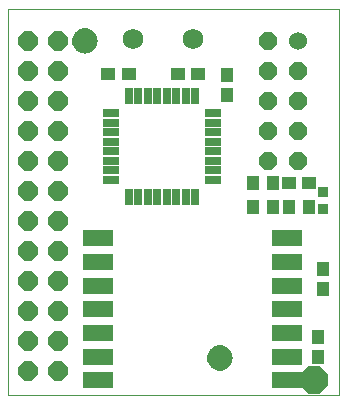
<source format=gts>
G75*
%MOIN*%
%OFA0B0*%
%FSLAX25Y25*%
%IPPOS*%
%LPD*%
%AMOC8*
5,1,8,0,0,1.08239X$1,22.5*
%
%ADD10C,0.00000*%
%ADD11R,0.10400X0.05400*%
%ADD12C,0.06000*%
%ADD13OC8,0.06000*%
%ADD14R,0.03550X0.03550*%
%ADD15R,0.04337X0.04731*%
%ADD16R,0.04731X0.04337*%
%ADD17R,0.02600X0.05400*%
%ADD18R,0.05400X0.02600*%
%ADD19C,0.00500*%
%ADD20OC8,0.06400*%
%ADD21C,0.06900*%
%ADD22OC8,0.09061*%
D10*
X0001900Y0001794D02*
X0001900Y0130534D01*
X0112136Y0130534D01*
X0112136Y0001794D01*
X0001900Y0001794D01*
D11*
X0031904Y0006853D03*
X0031904Y0014727D03*
X0031904Y0022601D03*
X0031904Y0030475D03*
X0031904Y0038349D03*
X0031904Y0046223D03*
X0031904Y0054097D03*
X0094896Y0054097D03*
X0094896Y0046223D03*
X0094896Y0038349D03*
X0094896Y0030475D03*
X0094896Y0022601D03*
X0094896Y0014727D03*
X0094896Y0006853D03*
D12*
X0098400Y0119975D03*
D13*
X0098400Y0109975D03*
X0098400Y0099975D03*
X0098400Y0089975D03*
X0098400Y0079975D03*
X0088400Y0079975D03*
X0088400Y0089975D03*
X0088400Y0099975D03*
X0088400Y0109975D03*
X0088400Y0119975D03*
D14*
X0106900Y0069678D03*
X0106900Y0063772D03*
D15*
X0102246Y0064475D03*
X0095554Y0064475D03*
X0090246Y0064475D03*
X0083554Y0064475D03*
X0083554Y0072475D03*
X0090246Y0072475D03*
X0106900Y0043821D03*
X0106900Y0037128D03*
X0105150Y0021321D03*
X0105150Y0014628D03*
X0074650Y0101878D03*
X0074650Y0108571D03*
D16*
X0065246Y0108975D03*
X0058554Y0108975D03*
X0041996Y0108975D03*
X0035304Y0108975D03*
X0095554Y0072475D03*
X0102246Y0072475D03*
D17*
X0064174Y0067825D03*
X0061024Y0067825D03*
X0057874Y0067825D03*
X0054725Y0067825D03*
X0051575Y0067825D03*
X0048426Y0067825D03*
X0045276Y0067825D03*
X0042126Y0067825D03*
X0042126Y0101625D03*
X0045276Y0101625D03*
X0048426Y0101625D03*
X0051575Y0101625D03*
X0054725Y0101625D03*
X0057874Y0101625D03*
X0061024Y0101625D03*
X0064174Y0101625D03*
D18*
X0070050Y0095748D03*
X0070050Y0092599D03*
X0070050Y0089449D03*
X0070050Y0086300D03*
X0070050Y0083150D03*
X0070050Y0080000D03*
X0070050Y0076851D03*
X0070050Y0073701D03*
X0036250Y0073701D03*
X0036250Y0076851D03*
X0036250Y0080000D03*
X0036250Y0083150D03*
X0036250Y0086300D03*
X0036250Y0089449D03*
X0036250Y0092599D03*
X0036250Y0095748D03*
D19*
X0028747Y0116275D02*
X0028084Y0116098D01*
X0027400Y0116038D01*
X0026716Y0116098D01*
X0026053Y0116275D01*
X0025431Y0116565D01*
X0024869Y0116959D01*
X0024384Y0117444D01*
X0023990Y0118006D01*
X0023700Y0118628D01*
X0023523Y0119291D01*
X0023463Y0119975D01*
X0023523Y0120658D01*
X0023700Y0121321D01*
X0023990Y0121943D01*
X0024384Y0122505D01*
X0024869Y0122991D01*
X0025431Y0123384D01*
X0026053Y0123674D01*
X0026716Y0123852D01*
X0027400Y0123912D01*
X0028084Y0123852D01*
X0028747Y0123674D01*
X0029369Y0123384D01*
X0029931Y0122991D01*
X0030416Y0122505D01*
X0030810Y0121943D01*
X0031100Y0121321D01*
X0031277Y0120658D01*
X0031337Y0119975D01*
X0031277Y0119291D01*
X0031100Y0118628D01*
X0030810Y0118006D01*
X0030416Y0117444D01*
X0029931Y0116959D01*
X0029369Y0116565D01*
X0028747Y0116275D01*
X0029124Y0116451D02*
X0025676Y0116451D01*
X0024882Y0116950D02*
X0029918Y0116950D01*
X0030419Y0117448D02*
X0024381Y0117448D01*
X0024032Y0117947D02*
X0030768Y0117947D01*
X0031014Y0118445D02*
X0023786Y0118445D01*
X0023616Y0118944D02*
X0031184Y0118944D01*
X0031290Y0119442D02*
X0023510Y0119442D01*
X0023466Y0119941D02*
X0031334Y0119941D01*
X0031296Y0120439D02*
X0023504Y0120439D01*
X0023598Y0120938D02*
X0031202Y0120938D01*
X0031046Y0121436D02*
X0023754Y0121436D01*
X0023987Y0121935D02*
X0030813Y0121935D01*
X0030466Y0122433D02*
X0024334Y0122433D01*
X0024811Y0122932D02*
X0029989Y0122932D01*
X0029270Y0123430D02*
X0025530Y0123430D01*
X0071053Y0017974D02*
X0070431Y0017684D01*
X0069869Y0017291D01*
X0069384Y0016805D01*
X0068990Y0016243D01*
X0068700Y0015621D01*
X0068523Y0014958D01*
X0068463Y0014275D01*
X0068523Y0013591D01*
X0068700Y0012928D01*
X0068990Y0012306D01*
X0069384Y0011744D01*
X0069869Y0011259D01*
X0070431Y0010865D01*
X0071053Y0010575D01*
X0071716Y0010398D01*
X0072400Y0010338D01*
X0073084Y0010398D01*
X0073747Y0010575D01*
X0074369Y0010865D01*
X0074931Y0011259D01*
X0075416Y0011744D01*
X0075810Y0012306D01*
X0076100Y0012928D01*
X0076277Y0013591D01*
X0076337Y0014275D01*
X0076277Y0014958D01*
X0076100Y0015621D01*
X0075810Y0016243D01*
X0075416Y0016805D01*
X0074931Y0017291D01*
X0074369Y0017684D01*
X0073747Y0017974D01*
X0073084Y0018152D01*
X0072400Y0018212D01*
X0071716Y0018152D01*
X0071053Y0017974D01*
X0070564Y0017746D02*
X0074236Y0017746D01*
X0074974Y0017248D02*
X0069826Y0017248D01*
X0069345Y0016749D02*
X0075455Y0016749D01*
X0075804Y0016251D02*
X0068996Y0016251D01*
X0068761Y0015752D02*
X0076039Y0015752D01*
X0076198Y0015254D02*
X0068602Y0015254D01*
X0068505Y0014755D02*
X0076295Y0014755D01*
X0076335Y0014256D02*
X0068465Y0014256D01*
X0068508Y0013758D02*
X0076292Y0013758D01*
X0076188Y0013259D02*
X0068612Y0013259D01*
X0068778Y0012761D02*
X0076022Y0012761D01*
X0075779Y0012262D02*
X0069021Y0012262D01*
X0069370Y0011764D02*
X0075430Y0011764D01*
X0074937Y0011265D02*
X0069863Y0011265D01*
X0070642Y0010767D02*
X0074158Y0010767D01*
D20*
X0018400Y0009975D03*
X0018400Y0019975D03*
X0018400Y0029975D03*
X0018400Y0039975D03*
X0018400Y0049975D03*
X0018400Y0059975D03*
X0018400Y0069975D03*
X0018400Y0079975D03*
X0018400Y0089975D03*
X0018400Y0099975D03*
X0018400Y0109975D03*
X0018400Y0119975D03*
X0008400Y0119975D03*
X0008400Y0109975D03*
X0008400Y0099975D03*
X0008400Y0089975D03*
X0008400Y0079975D03*
X0008400Y0069975D03*
X0008400Y0059975D03*
X0008400Y0049975D03*
X0008400Y0039975D03*
X0008400Y0029975D03*
X0008400Y0019975D03*
X0008400Y0009975D03*
D21*
X0043400Y0120725D03*
X0063400Y0120725D03*
D22*
X0103676Y0006955D03*
M02*

</source>
